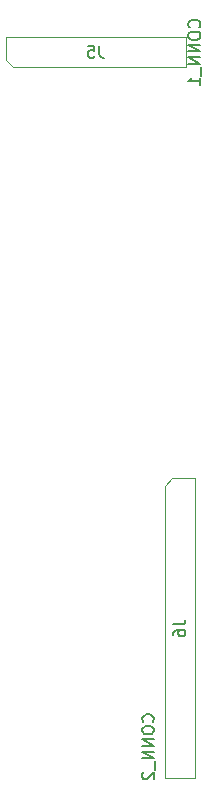
<source format=gbr>
G04 #@! TF.GenerationSoftware,KiCad,Pcbnew,(5.1.5-0-10_14)*
G04 #@! TF.CreationDate,2020-06-01T21:41:54-04:00*
G04 #@! TF.ProjectId,AYOMSM - VCA Control Board,41594f4d-534d-4202-9d20-56434120436f,rev?*
G04 #@! TF.SameCoordinates,Original*
G04 #@! TF.FileFunction,Other,Fab,Bot*
%FSLAX46Y46*%
G04 Gerber Fmt 4.6, Leading zero omitted, Abs format (unit mm)*
G04 Created by KiCad (PCBNEW (5.1.5-0-10_14)) date 2020-06-01 21:41:54*
%MOMM*%
%LPD*%
G04 APERTURE LIST*
%ADD10C,0.100000*%
%ADD11C,0.150000*%
G04 APERTURE END LIST*
D10*
X77880000Y-89344500D02*
X77880000Y-91249500D01*
X77880000Y-91249500D02*
X78515000Y-91884500D01*
X78515000Y-91884500D02*
X93120000Y-91884500D01*
X93120000Y-91884500D02*
X93120000Y-89344500D01*
X93120000Y-89344500D02*
X77880000Y-89344500D01*
X93916500Y-126695000D02*
X92011500Y-126695000D01*
X92011500Y-126695000D02*
X91376500Y-127330000D01*
X91376500Y-127330000D02*
X91376500Y-152095000D01*
X91376500Y-152095000D02*
X93916500Y-152095000D01*
X93916500Y-152095000D02*
X93916500Y-126695000D01*
D11*
X94273642Y-88495452D02*
X94321261Y-88447833D01*
X94368880Y-88304976D01*
X94368880Y-88209738D01*
X94321261Y-88066880D01*
X94226023Y-87971642D01*
X94130785Y-87924023D01*
X93940309Y-87876404D01*
X93797452Y-87876404D01*
X93606976Y-87924023D01*
X93511738Y-87971642D01*
X93416500Y-88066880D01*
X93368880Y-88209738D01*
X93368880Y-88304976D01*
X93416500Y-88447833D01*
X93464119Y-88495452D01*
X93368880Y-89114500D02*
X93368880Y-89304976D01*
X93416500Y-89400214D01*
X93511738Y-89495452D01*
X93702214Y-89543071D01*
X94035547Y-89543071D01*
X94226023Y-89495452D01*
X94321261Y-89400214D01*
X94368880Y-89304976D01*
X94368880Y-89114500D01*
X94321261Y-89019261D01*
X94226023Y-88924023D01*
X94035547Y-88876404D01*
X93702214Y-88876404D01*
X93511738Y-88924023D01*
X93416500Y-89019261D01*
X93368880Y-89114500D01*
X94368880Y-89971642D02*
X93368880Y-89971642D01*
X94368880Y-90543071D01*
X93368880Y-90543071D01*
X94368880Y-91019261D02*
X93368880Y-91019261D01*
X94368880Y-91590690D01*
X93368880Y-91590690D01*
X94464119Y-91828785D02*
X94464119Y-92590690D01*
X94368880Y-93352595D02*
X94368880Y-92781166D01*
X94368880Y-93066880D02*
X93368880Y-93066880D01*
X93511738Y-92971642D01*
X93606976Y-92876404D01*
X93654595Y-92781166D01*
X85833333Y-90066880D02*
X85833333Y-90781166D01*
X85880952Y-90924023D01*
X85976190Y-91019261D01*
X86119047Y-91066880D01*
X86214285Y-91066880D01*
X84880952Y-90066880D02*
X85357142Y-90066880D01*
X85404761Y-90543071D01*
X85357142Y-90495452D01*
X85261904Y-90447833D01*
X85023809Y-90447833D01*
X84928571Y-90495452D01*
X84880952Y-90543071D01*
X84833333Y-90638309D01*
X84833333Y-90876404D01*
X84880952Y-90971642D01*
X84928571Y-91019261D01*
X85023809Y-91066880D01*
X85261904Y-91066880D01*
X85357142Y-91019261D01*
X85404761Y-90971642D01*
X90336642Y-147296452D02*
X90384261Y-147248833D01*
X90431880Y-147105976D01*
X90431880Y-147010738D01*
X90384261Y-146867880D01*
X90289023Y-146772642D01*
X90193785Y-146725023D01*
X90003309Y-146677404D01*
X89860452Y-146677404D01*
X89669976Y-146725023D01*
X89574738Y-146772642D01*
X89479500Y-146867880D01*
X89431880Y-147010738D01*
X89431880Y-147105976D01*
X89479500Y-147248833D01*
X89527119Y-147296452D01*
X89431880Y-147915500D02*
X89431880Y-148105976D01*
X89479500Y-148201214D01*
X89574738Y-148296452D01*
X89765214Y-148344071D01*
X90098547Y-148344071D01*
X90289023Y-148296452D01*
X90384261Y-148201214D01*
X90431880Y-148105976D01*
X90431880Y-147915500D01*
X90384261Y-147820261D01*
X90289023Y-147725023D01*
X90098547Y-147677404D01*
X89765214Y-147677404D01*
X89574738Y-147725023D01*
X89479500Y-147820261D01*
X89431880Y-147915500D01*
X90431880Y-148772642D02*
X89431880Y-148772642D01*
X90431880Y-149344071D01*
X89431880Y-149344071D01*
X90431880Y-149820261D02*
X89431880Y-149820261D01*
X90431880Y-150391690D01*
X89431880Y-150391690D01*
X90527119Y-150629785D02*
X90527119Y-151391690D01*
X89527119Y-151582166D02*
X89479500Y-151629785D01*
X89431880Y-151725023D01*
X89431880Y-151963119D01*
X89479500Y-152058357D01*
X89527119Y-152105976D01*
X89622357Y-152153595D01*
X89717595Y-152153595D01*
X89860452Y-152105976D01*
X90431880Y-151534547D01*
X90431880Y-152153595D01*
X92098880Y-139061666D02*
X92813166Y-139061666D01*
X92956023Y-139014047D01*
X93051261Y-138918809D01*
X93098880Y-138775952D01*
X93098880Y-138680714D01*
X92098880Y-139966428D02*
X92098880Y-139775952D01*
X92146500Y-139680714D01*
X92194119Y-139633095D01*
X92336976Y-139537857D01*
X92527452Y-139490238D01*
X92908404Y-139490238D01*
X93003642Y-139537857D01*
X93051261Y-139585476D01*
X93098880Y-139680714D01*
X93098880Y-139871190D01*
X93051261Y-139966428D01*
X93003642Y-140014047D01*
X92908404Y-140061666D01*
X92670309Y-140061666D01*
X92575071Y-140014047D01*
X92527452Y-139966428D01*
X92479833Y-139871190D01*
X92479833Y-139680714D01*
X92527452Y-139585476D01*
X92575071Y-139537857D01*
X92670309Y-139490238D01*
M02*

</source>
